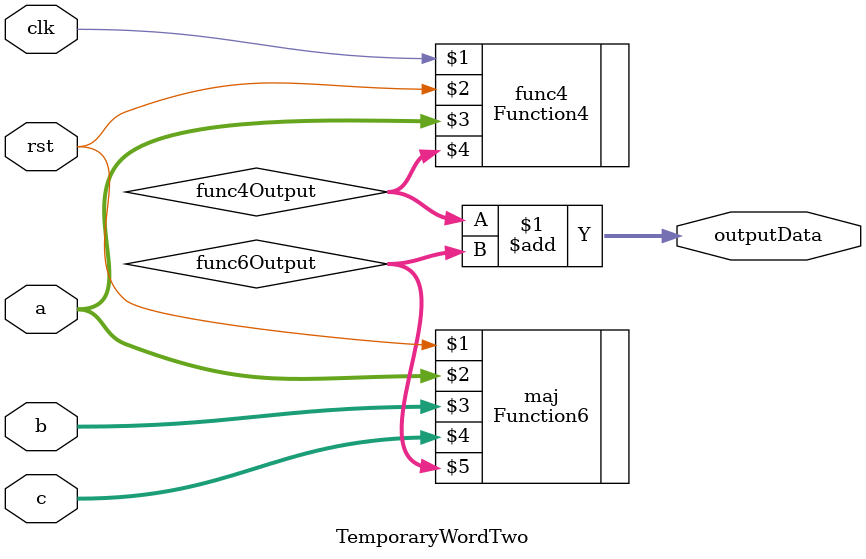
<source format=v>
`timescale 1ns / 1ps


module TemporaryWordTwo(
    input clk,
    input rst,
    input [31:0] a,
    input [31:0] b,
    input [31:0] c,
    output [31:0] outputData 
    );
    wire [31:0] func6Output;
    wire [31:0] func4Output;
    Function4 func4(clk,rst,a,func4Output);
    Function6 maj(rst,a,b,c,func6Output);
    assign outputData = func4Output+func6Output;
    
endmodule

</source>
